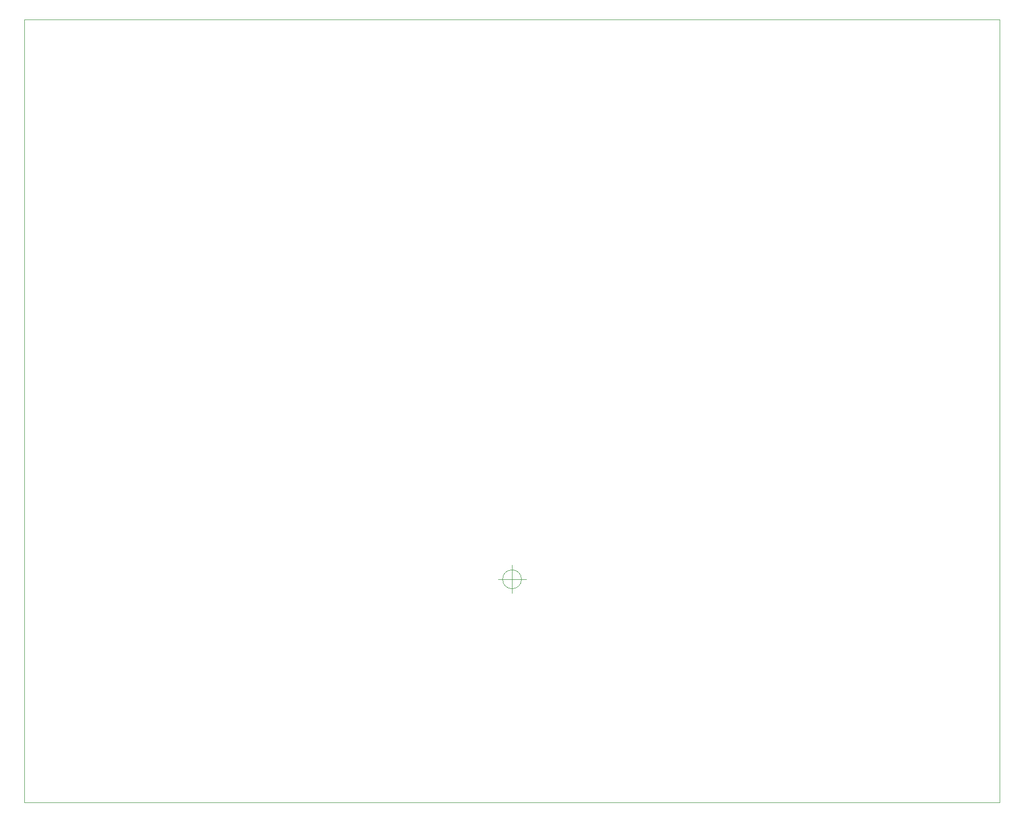
<source format=gbr>
%TF.GenerationSoftware,KiCad,Pcbnew,(5.1.10)-1*%
%TF.CreationDate,2022-10-10T21:05:00+02:00*%
%TF.ProjectId,onstepPi,6f6e7374-6570-4506-992e-6b696361645f,rev?*%
%TF.SameCoordinates,Original*%
%TF.FileFunction,Profile,NP*%
%FSLAX46Y46*%
G04 Gerber Fmt 4.6, Leading zero omitted, Abs format (unit mm)*
G04 Created by KiCad (PCBNEW (5.1.10)-1) date 2022-10-10 21:05:00*
%MOMM*%
%LPD*%
G01*
G04 APERTURE LIST*
%TA.AperFunction,Profile*%
%ADD10C,0.050000*%
%TD*%
G04 APERTURE END LIST*
D10*
X64000000Y-30000000D02*
X237000000Y-30000000D01*
X64000000Y-169000000D02*
X64000000Y-30000000D01*
X237000000Y-169000000D02*
X237000000Y-30000000D01*
X64000000Y-169000000D02*
X237000000Y-169000000D01*
X152166666Y-129400000D02*
G75*
G03*
X152166666Y-129400000I-1666666J0D01*
G01*
X148000000Y-129400000D02*
X153000000Y-129400000D01*
X150500000Y-126900000D02*
X150500000Y-131900000D01*
M02*

</source>
